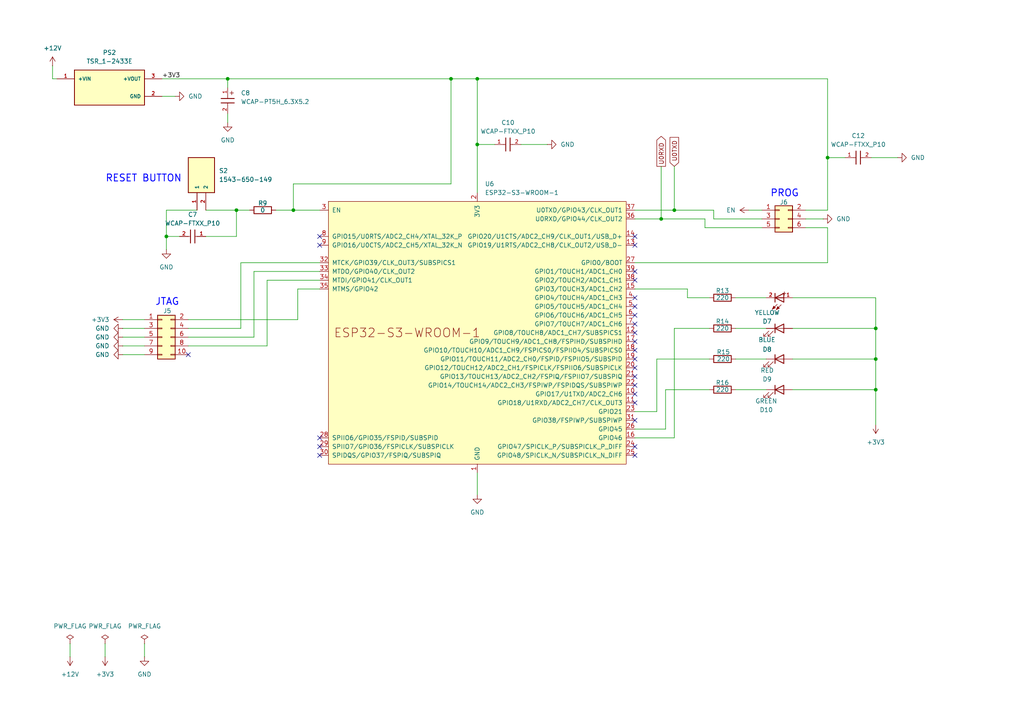
<source format=kicad_sch>
(kicad_sch (version 20231120) (generator "eeschema") (generator_version "8.0")
  (paper "A4")
  (title_block (title "Layout") (date "2025-02-20") (rev "0.0.1"))
  (lib_symbols
    (symbol "1543-650-149:1543-650-149" (pin_names (offset 1.016))
      (property "Reference" "S" (at 16.51 7.62 0))
      (property "Value" "1543-650-149" (at 16.51 5.08 0))
      (symbol "1543-650-149_0_0"
        (rectangle (start 5.08 -5.08) (end 15.24 2.54) (stroke (width 0.254)) (fill (type background)))
        (pin bidirectional line (at 0 0 0) (length 5.08) (name "1") (number "1"))
        (pin bidirectional line (at 0 -2.54 0) (length 5.08) (name "2") (number "2"))
      )
    )
    (symbol "Connector_Generic:Conn_02x03_Odd_Even" (pin_names (offset 1.016) hide)
      (property "Reference" "J" (at 1.27 5.08 0))
      (property "Value" "Conn_02x03_Odd_Even" (at 1.27 -5.08 0))
      (symbol "Conn_02x03_Odd_Even_1_1"
        (rectangle (start -1.27 -2.413) (end 0 -2.667) (stroke (width 0.1524)))
        (rectangle (start -1.27 0.127) (end 0 -0.127) (stroke (width 0.1524)))
        (rectangle (start -1.27 2.667) (end 0 2.413) (stroke (width 0.1524)))
        (rectangle (start -1.27 3.81) (end 3.81 -3.81) (stroke (width 0.254)) (fill (type background)))
        (rectangle (start 3.81 -2.413) (end 2.54 -2.667) (stroke (width 0.1524)))
        (rectangle (start 3.81 0.127) (end 2.54 -0.127) (stroke (width 0.1524)))
        (rectangle (start 3.81 2.667) (end 2.54 2.413) (stroke (width 0.1524)))
        (pin passive line (at -5.08 2.54 0) (length 3.81) (name "Pin_1") (number "1"))
        (pin passive line (at 7.62 2.54 180) (length 3.81) (name "Pin_2") (number "2"))
        (pin passive line (at -5.08 0 0) (length 3.81) (name "Pin_3") (number "3"))
        (pin passive line (at 7.62 0 180) (length 3.81) (name "Pin_4") (number "4"))
        (pin passive line (at -5.08 -2.54 0) (length 3.81) (name "Pin_5") (number "5"))
        (pin passive line (at 7.62 -2.54 180) (length 3.81) (name "Pin_6") (number "6"))
      )
    )
    (symbol "Connector_Generic:Conn_02x05_Odd_Even" (pin_names (offset 1.016) hide)
      (property "Reference" "J" (at 1.27 7.62 0))
      (property "Value" "Conn_02x05_Odd_Even" (at 1.27 -7.62 0))
      (symbol "Conn_02x05_Odd_Even_1_1"
        (rectangle (start -1.27 -4.953) (end 0 -5.207) (stroke (width 0.1524)))
        (rectangle (start -1.27 -2.413) (end 0 -2.667) (stroke (width 0.1524)))
        (rectangle (start -1.27 0.127) (end 0 -0.127) (stroke (width 0.1524)))
        (rectangle (start -1.27 2.667) (end 0 2.413) (stroke (width 0.1524)))
        (rectangle (start -1.27 5.207) (end 0 4.953) (stroke (width 0.1524)))
        (rectangle (start -1.27 6.35) (end 3.81 -6.35) (stroke (width 0.254)) (fill (type background)))
        (rectangle (start 3.81 -4.953) (end 2.54 -5.207) (stroke (width 0.1524)))
        (rectangle (start 3.81 -2.413) (end 2.54 -2.667) (stroke (width 0.1524)))
        (rectangle (start 3.81 0.127) (end 2.54 -0.127) (stroke (width 0.1524)))
        (rectangle (start 3.81 2.667) (end 2.54 2.413) (stroke (width 0.1524)))
        (rectangle (start 3.81 5.207) (end 2.54 4.953) (stroke (width 0.1524)))
        (pin passive line (at -5.08 5.08 0) (length 3.81) (name "Pin_1") (number "1"))
        (pin passive line (at 7.62 -5.08 180) (length 3.81) (name "Pin_10") (number "10"))
        (pin passive line (at 7.62 5.08 180) (length 3.81) (name "Pin_2") (number "2"))
        (pin passive line (at -5.08 2.54 0) (length 3.81) (name "Pin_3") (number "3"))
        (pin passive line (at 7.62 2.54 180) (length 3.81) (name "Pin_4") (number "4"))
        (pin passive line (at -5.08 0 0) (length 3.81) (name "Pin_5") (number "5"))
        (pin passive line (at 7.62 0 180) (length 3.81) (name "Pin_6") (number "6"))
        (pin passive line (at -5.08 -2.54 0) (length 3.81) (name "Pin_7") (number "7"))
        (pin passive line (at 7.62 -2.54 180) (length 3.81) (name "Pin_8") (number "8"))
        (pin passive line (at -5.08 -5.08 0) (length 3.81) (name "Pin_9") (number "9"))
      )
    )
    (symbol "Device:LED" (pin_numbers hide) (pin_names (offset 1.016) hide)
      (property "Reference" "D" (at 0 2.54 0))
      (property "Value" "LED" (at 0 -2.54 0))
      (symbol "LED_0_1"
        (polyline (pts (xy -1.27 -1.27) (xy -1.27 1.27)) (stroke (width 0.254)))
        (polyline (pts (xy -1.27 0) (xy 1.27 0)))
        (polyline (pts (xy 1.27 -1.27) (xy 1.27 1.27) (xy -1.27 0) (xy 1.27 -1.27)) (stroke (width 0.254)))
        (polyline (pts (xy -3.048 -0.762) (xy -4.572 -2.286) (xy -3.81 -2.286) (xy -4.572 -2.286) (xy -4.572 -1.524)))
        (polyline (pts (xy -1.778 -0.762) (xy -3.302 -2.286) (xy -2.54 -2.286) (xy -3.302 -2.286) (xy -3.302 -1.524)))
      )
      (symbol "LED_1_1"
        (pin passive line (at -3.81 0 0) (length 2.54) (name "K") (number "1"))
        (pin passive line (at 3.81 0 180) (length 2.54) (name "A") (number "2"))
      )
    )
    (symbol "Device:R" (pin_numbers hide) (pin_names (offset 0))
      (property "Reference" "R" (at 2.032 0 90))
      (property "Value" "R" (at 0 0 90))
      (symbol "R_0_1"
        (rectangle (start -1.016 -2.54) (end 1.016 2.54) (stroke (width 0.254)))
      )
      (symbol "R_1_1"
        (pin passive line (at 0 3.81 270) (length 1.27) (name "~") (number "1"))
        (pin passive line (at 0 -3.81 90) (length 1.27) (name "~") (number "2"))
      )
    )
    (symbol "Espressif:ESP32-S3-WROOM-1" (pin_names (offset 1.016))
      (property "Reference" "U" (at -43.18 43.18 0))
      (property "Value" "ESP32-S3-WROOM-1" (at -43.18 40.64 0))
      (symbol "ESP32-S3-WROOM-1_0_0"
        (text "ESP32-S3-WROOM-1" (at -20.32 0 0) (effects (font (size 2.54 2.54))))
        (pin power_in line (at 0 -40.64 90) (length 2.54) (name "GND") (number "1"))
        (pin bidirectional line (at 45.72 -17.78 180) (length 2.54) (name "GPIO17/U1TXD/ADC2_CH6") (number "10"))
        (pin bidirectional line (at 45.72 -20.32 180) (length 2.54) (name "GPIO18/U1RXD/ADC2_CH7/CLK_OUT3") (number "11"))
        (pin bidirectional line (at 45.72 0 180) (length 2.54) (name "GPIO8/TOUCH8/ADC1_CH7/SUBSPICS1") (number "12"))
        (pin bidirectional line (at 45.72 25.4 180) (length 2.54) (name "GPIO19/U1RTS/ADC2_CH8/CLK_OUT2/USB_D-") (number "13"))
        (pin bidirectional line (at 45.72 27.94 180) (length 2.54) (name "GPIO20/U1CTS/ADC2_CH9/CLK_OUT1/USB_D+") (number "14"))
        (pin bidirectional line (at 45.72 12.7 180) (length 2.54) (name "GPIO3/TOUCH3/ADC1_CH2") (number "15"))
        (pin bidirectional line (at 45.72 -30.48 180) (length 2.54) (name "GPIO46") (number "16"))
        (pin bidirectional line (at 45.72 -2.54 180) (length 2.54) (name "GPIO9/TOUCH9/ADC1_CH8/FSPIHD/SUBSPIHD") (number "17"))
        (pin bidirectional line (at 45.72 -5.08 180) (length 2.54) (name "GPIO10/TOUCH10/ADC1_CH9/FSPICS0/FSPIIO4/SUBSPICS0") (number "18"))
        (pin bidirectional line (at 45.72 -7.62 180) (length 2.54) (name "GPIO11/TOUCH11/ADC2_CH0/FSPID/FSPIIO5/SUBSPID") (number "19"))
        (pin power_in line (at 0 40.64 270) (length 2.54) (name "3V3") (number "2"))
        (pin bidirectional line (at 45.72 -10.16 180) (length 2.54) (name "GPIO12/TOUCH12/ADC2_CH1/FSPICLK/FSPIIO6/SUBSPICLK") (number "20"))
        (pin bidirectional line (at 45.72 -12.7 180) (length 2.54) (name "GPIO13/TOUCH13/ADC2_CH2/FSPIQ/FSPIIO7/SUBSPIQ") (number "21"))
        (pin bidirectional line (at 45.72 -15.24 180) (length 2.54) (name "GPIO14/TOUCH14/ADC2_CH3/FSPIWP/FSPIDQS/SUBSPIWP") (number "22"))
        (pin bidirectional line (at 45.72 -22.86 180) (length 2.54) (name "GPIO21") (number "23"))
        (pin bidirectional line (at 45.72 -33.02 180) (length 2.54) (name "GPIO47/SPICLK_P/SUBSPICLK_P_DIFF") (number "24"))
        (pin bidirectional line (at 45.72 -35.56 180) (length 2.54) (name "GPIO48/SPICLK_N/SUBSPICLK_N_DIFF") (number "25"))
        (pin bidirectional line (at 45.72 -27.94 180) (length 2.54) (name "GPIO45") (number "26"))
        (pin bidirectional line (at 45.72 20.32 180) (length 2.54) (name "GPIO0/BOOT") (number "27"))
        (pin bidirectional line (at -45.72 -30.48 0) (length 2.54) (name "SPIIO6/GPIO35/FSPID/SUBSPID") (number "28"))
        (pin bidirectional line (at -45.72 -33.02 0) (length 2.54) (name "SPIIO7/GPIO36/FSPICLK/SUBSPICLK") (number "29"))
        (pin input line (at -45.72 35.56 0) (length 2.54) (name "EN") (number "3"))
        (pin bidirectional line (at -45.72 -35.56 0) (length 2.54) (name "SPIDQS/GPIO37/FSPIQ/SUBSPIQ") (number "30"))
        (pin bidirectional line (at 45.72 -25.4 180) (length 2.54) (name "GPIO38/FSPIWP/SUBSPIWP") (number "31"))
        (pin bidirectional line (at -45.72 20.32 0) (length 2.54) (name "MTCK/GPIO39/CLK_OUT3/SUBSPICS1") (number "32"))
        (pin bidirectional line (at -45.72 17.78 0) (length 2.54) (name "MTDO/GPIO40/CLK_OUT2") (number "33"))
        (pin bidirectional line (at -45.72 15.24 0) (length 2.54) (name "MTDI/GPIO41/CLK_OUT1") (number "34"))
        (pin bidirectional line (at -45.72 12.7 0) (length 2.54) (name "MTMS/GPIO42") (number "35"))
        (pin bidirectional line (at 45.72 33.02 180) (length 2.54) (name "U0RXD/GPIO44/CLK_OUT2") (number "36"))
        (pin bidirectional line (at 45.72 35.56 180) (length 2.54) (name "U0TXD/GPIO43/CLK_OUT1") (number "37"))
        (pin bidirectional line (at 45.72 15.24 180) (length 2.54) (name "GPIO2/TOUCH2/ADC1_CH1") (number "38"))
        (pin bidirectional line (at 45.72 17.78 180) (length 2.54) (name "GPIO1/TOUCH1/ADC1_CH0") (number "39"))
        (pin bidirectional line (at 45.72 10.16 180) (length 2.54) (name "GPIO4/TOUCH4/ADC1_CH3") (number "4"))
        (pin passive line (at 0 -40.64 90) (length 2.54) hide (name "GND") (number "40"))
        (pin passive line (at 0 -40.64 90) (length 2.54) hide (name "GND") (number "41"))
        (pin bidirectional line (at 45.72 7.62 180) (length 2.54) (name "GPIO5/TOUCH5/ADC1_CH4") (number "5"))
        (pin bidirectional line (at 45.72 5.08 180) (length 2.54) (name "GPIO6/TOUCH6/ADC1_CH5") (number "6"))
        (pin bidirectional line (at 45.72 2.54 180) (length 2.54) (name "GPIO7/TOUCH7/ADC1_CH6") (number "7"))
        (pin bidirectional line (at -45.72 27.94 0) (length 2.54) (name "GPIO15/U0RTS/ADC2_CH4/XTAL_32K_P") (number "8"))
        (pin bidirectional line (at -45.72 25.4 0) (length 2.54) (name "GPIO16/U0CTS/ADC2_CH5/XTAL_32K_N") (number "9"))
      )
      (symbol "ESP32-S3-WROOM-1_0_1"
        (rectangle (start -43.18 38.1) (end 43.18 -38.1) (fill (type background)))
      )
    )
    (symbol "TSR_1-2433E:TSR_1-2433E" (pin_names (offset 1.016))
      (property "Reference" "PS" (at -10.16 7.62 0))
      (property "Value" "TSR_1-2433E" (at -10.16 -7.62 0))
      (symbol "TSR_1-2433E_0_0"
        (rectangle (start -10.16 -5.08) (end 10.16 5.08) (stroke (width 0.254)) (fill (type background)))
        (pin input line (at -15.24 2.54 0) (length 5.08) (name "+VIN") (number "1"))
        (pin power_in line (at 15.24 -2.54 180) (length 5.08) (name "GND") (number "2"))
        (pin output line (at 15.24 2.54 180) (length 5.08) (name "+VOUT") (number "3"))
      )
    )
    (symbol "WCAP-FTXX_P10:WCAP-FTXX_P10" (pin_names (offset 1.016))
      (property "Reference" "C" (at 1.27 3.302 0))
      (property "Value" "WCAP-FTXX_P10" (at 1.27 -5.08 0))
      (symbol "WCAP-FTXX_P10_0_0"
        (polyline (pts (xy 0 0) (xy 0.6426 0)) (stroke (width 0.1524)))
        (polyline (pts (xy 0.635 -1.905) (xy 0.635 1.905)) (stroke (width 0.254)))
        (polyline (pts (xy 1.905 1.905) (xy 1.905 -1.905)) (stroke (width 0.254)))
        (polyline (pts (xy 1.9279 0) (xy 2.5705 0)) (stroke (width 0.1524)))
        (pin passive line (at -2.54 0 0) (length 2.54) (name "~") (number "1"))
        (pin passive line (at 5.08 0 180) (length 2.54) (name "~") (number "2"))
      )
    )
    (symbol "WCAP-PT5H_6.3X5.2:WCAP-PT5H_6.3X5.2" (pin_names (offset 1.016))
      (property "Reference" "C" (at 1.175 3.38 0))
      (property "Value" "WCAP-PT5H_6.3X5.2" (at 0.915 -5.075 0))
      (symbol "WCAP-PT5H_6.3X5.2_0_0"
        (polyline (pts (xy 0 0) (xy 0.6426 0)) (stroke (width 0.1524)))
        (polyline (pts (xy 0.635 -1.905) (xy 0.635 1.905)) (stroke (width 0.254)))
        (polyline (pts (xy 1.905 1.905) (xy 1.905 -1.905)) (stroke (width 0.254)))
        (polyline (pts (xy 1.9279 0) (xy 2.5705 0)) (stroke (width 0.1524)))
        (text "+" (at 2.54 -1.905 0) (effects (font (size 1.4224 1.4224)) (justify left bottom)))
        (pin passive line (at 5.08 0 180) (length 2.54) (name "~") (number "1"))
        (pin passive line (at -2.54 0 0) (length 2.54) (name "~") (number "2"))
      )
    )
    (symbol "WL-TMRC_3MM:WL-TMRC_3MM" (pin_names (offset 1.016))
      (property "Reference" "D" (at -1.396 4.072 0))
      (property "Value" "WL-TMRC_3MM" (at -1.652 -3.436 0))
      (symbol "WL-TMRC_3MM_0_0"
        (polyline (pts (xy -2.54 -1.27) (xy -2.54 0)) (stroke (width 0.254)))
        (polyline (pts (xy -2.54 -1.27) (xy 0 0)) (stroke (width 0.254)))
        (polyline (pts (xy -2.54 0) (xy -2.54 1.27)) (stroke (width 0.254)))
        (polyline (pts (xy -1.778 2.032) (xy -0.381 3.429)) (stroke (width 0.1524)))
        (polyline (pts (xy -0.635 1.905) (xy 0.762 3.302)) (stroke (width 0.1524)))
        (polyline (pts (xy 0 -1.27) (xy 0 0)) (stroke (width 0.254)))
        (polyline (pts (xy 0 0) (xy -2.54 0)) (stroke (width 0.254)))
        (polyline (pts (xy 0 0) (xy -2.54 1.27)) (stroke (width 0.254)))
        (polyline (pts (xy 0 0) (xy 0 1.27)) (stroke (width 0.254)))
        (polyline (pts (xy -0.381 3.429) (xy -1.27 3.048) (xy -0.762 2.54) (xy -0.381 3.429)) (stroke (width 0.1524)) (fill (type outline)))
        (polyline (pts (xy 0.762 3.302) (xy -0.127 2.921) (xy 0.381 2.413) (xy 0.762 3.302)) (stroke (width 0.1524)) (fill (type outline)))
        (text "+" (at -3.58 -1.34 0) (effects (font (size 1.27 1.27)) (justify left)))
        (pin passive line (at -5.08 0 0) (length 2.54) (name "~") (number "1"))
        (pin passive line (at 2.54 0 180) (length 2.54) (name "~") (number "2"))
      )
    )
    (symbol "power:+12V" (power) (pin_numbers hide) (pin_names (offset 0) hide)
      (property "Value" "+12V" (at 0 3.556 0))
      (symbol "+12V_0_1"
        (polyline (pts (xy -0.762 1.27) (xy 0 2.54)))
        (polyline (pts (xy 0 0) (xy 0 2.54)))
        (polyline (pts (xy 0 2.54) (xy 0.762 1.27)))
      )
      (symbol "+12V_1_1"
        (pin power_in line (at 0 0 90) (length 0) (name "~") (number "1"))
      )
    )
    (symbol "power:+3V3" (power) (pin_numbers hide) (pin_names (offset 0) hide)
      (property "Value" "+3V3" (at 0 3.556 0))
      (symbol "+3V3_0_1"
        (polyline (pts (xy -0.762 1.27) (xy 0 2.54)))
        (polyline (pts (xy 0 0) (xy 0 2.54)))
        (polyline (pts (xy 0 2.54) (xy 0.762 1.27)))
      )
      (symbol "+3V3_1_1"
        (pin power_in line (at 0 0 90) (length 0) (name "~") (number "1"))
      )
    )
    (symbol "power:GND" (power) (pin_numbers hide) (pin_names (offset 0) hide)
      (property "Value" "GND" (at 0 -3.81 0))
      (symbol "GND_0_1"
        (polyline (pts (xy 0 0) (xy 0 -1.27) (xy 1.27 -1.27) (xy 0 -2.54) (xy -1.27 -1.27) (xy 0 -1.27)))
      )
      (symbol "GND_1_1"
        (pin power_in line (at 0 0 270) (length 0) (name "~") (number "1"))
      )
    )
    (symbol "power:PWR_FLAG" (power) (pin_numbers hide) (pin_names (offset 0) hide)
      (property "Value" "PWR_FLAG" (at 0 3.81 0))
      (symbol "PWR_FLAG_0_0"
        (pin power_out line (at 0 0 90) (length 0) (name "~") (number "1"))
      )
      (symbol "PWR_FLAG_0_1"
        (polyline (pts (xy 0 0) (xy 0 1.27) (xy -1.016 1.905) (xy 0 2.54) (xy 1.016 1.905) (xy 0 1.27)))
      )
    )
  )
  (junction (at 240.03 45.72))
  (junction (at 254 104.14))
  (junction (at 138.43 41.91))
  (junction (at 138.43 22.86))
  (junction (at 130.81 22.86))
  (junction (at 68.58 60.96))
  (junction (at 195.58 60.96))
  (junction (at 66.04 22.86))
  (junction (at 254 113.03))
  (junction (at 254 95.25))
  (junction (at 191.77 63.5))
  (junction (at 48.26 68.58))
  (junction (at 85.09 60.96))
  (no_connect (at 184.15 99.06))
  (no_connect (at 184.15 104.14))
  (no_connect (at 184.15 91.44))
  (no_connect (at 92.71 68.58))
  (no_connect (at 184.15 88.9))
  (no_connect (at 54.61 102.87))
  (no_connect (at 184.15 78.74))
  (no_connect (at 184.15 68.58))
  (no_connect (at 92.71 127))
  (no_connect (at 184.15 86.36))
  (no_connect (at 184.15 121.92))
  (no_connect (at 184.15 101.6))
  (no_connect (at 184.15 96.52))
  (no_connect (at 92.71 132.08))
  (no_connect (at 92.71 129.54))
  (no_connect (at 184.15 71.12))
  (no_connect (at 184.15 129.54))
  (no_connect (at 184.15 106.68))
  (no_connect (at 184.15 93.98))
  (no_connect (at 184.15 114.3))
  (no_connect (at 184.15 111.76))
  (no_connect (at 184.15 116.84))
  (no_connect (at 184.15 109.22))
  (no_connect (at 184.15 81.28))
  (no_connect (at 184.15 132.08))
  (no_connect (at 92.71 71.12))
  (wire (pts (xy 191.77 48.26) (xy 191.77 63.5)))
  (wire (pts (xy 48.26 68.58) (xy 52.07 68.58)))
  (wire (pts (xy 229.87 104.14) (xy 254 104.14)))
  (wire (pts (xy 15.24 22.86) (xy 15.24 19.05)))
  (wire (pts (xy 254 113.03) (xy 254 123.19)))
  (wire (pts (xy 204.47 66.04) (xy 220.98 66.04)))
  (wire (pts (xy 86.36 83.82) (xy 86.36 92.71)))
  (wire (pts (xy 85.09 60.96) (xy 92.71 60.96)))
  (wire (pts (xy 35.56 97.79) (xy 41.91 97.79)))
  (wire (pts (xy 92.71 78.74) (xy 73.66 78.74)))
  (wire (pts (xy 254 86.36) (xy 254 95.25)))
  (wire (pts (xy 229.87 86.36) (xy 254 86.36)))
  (wire (pts (xy 240.03 76.2) (xy 240.03 66.04)))
  (wire (pts (xy 66.04 22.86) (xy 130.81 22.86)))
  (wire (pts (xy 213.36 86.36) (xy 222.25 86.36)))
  (wire (pts (xy 69.85 76.2) (xy 69.85 95.25)))
  (wire (pts (xy 46.99 22.86) (xy 66.04 22.86)))
  (wire (pts (xy 138.43 41.91) (xy 138.43 55.88)))
  (wire (pts (xy 86.36 92.71) (xy 54.61 92.71)))
  (wire (pts (xy 190.5 104.14) (xy 190.5 119.38)))
  (wire (pts (xy 57.15 60.96) (xy 48.26 60.96)))
  (wire (pts (xy 138.43 137.16) (xy 138.43 143.51)))
  (wire (pts (xy 130.81 22.86) (xy 138.43 22.86)))
  (wire (pts (xy 59.69 68.58) (xy 68.58 68.58)))
  (wire (pts (xy 195.58 48.26) (xy 195.58 60.96)))
  (wire (pts (xy 195.58 127) (xy 184.15 127)))
  (wire (pts (xy 240.03 45.72) (xy 245.11 45.72)))
  (wire (pts (xy 130.81 22.86) (xy 130.81 53.34)))
  (wire (pts (xy 213.36 104.14) (xy 222.25 104.14)))
  (wire (pts (xy 205.74 104.14) (xy 190.5 104.14)))
  (wire (pts (xy 205.74 95.25) (xy 195.58 95.25)))
  (wire (pts (xy 233.68 60.96) (xy 240.03 60.96)))
  (wire (pts (xy 138.43 41.91) (xy 143.51 41.91)))
  (wire (pts (xy 73.66 97.79) (xy 54.61 97.79)))
  (wire (pts (xy 213.36 95.25) (xy 222.25 95.25)))
  (wire (pts (xy 35.56 95.25) (xy 41.91 95.25)))
  (wire (pts (xy 229.87 113.03) (xy 254 113.03)))
  (wire (pts (xy 240.03 45.72) (xy 240.03 22.86)))
  (wire (pts (xy 138.43 22.86) (xy 138.43 41.91)))
  (wire (pts (xy 48.26 60.96) (xy 48.26 68.58)))
  (wire (pts (xy 15.24 22.86) (xy 16.51 22.86)))
  (wire (pts (xy 193.04 124.46) (xy 184.15 124.46)))
  (wire (pts (xy 77.47 81.28) (xy 77.47 100.33)))
  (wire (pts (xy 130.81 53.34) (xy 85.09 53.34)))
  (wire (pts (xy 229.87 95.25) (xy 254 95.25)))
  (wire (pts (xy 240.03 66.04) (xy 233.68 66.04)))
  (wire (pts (xy 207.01 63.5) (xy 220.98 63.5)))
  (wire (pts (xy 205.74 86.36) (xy 199.39 86.36)))
  (wire (pts (xy 193.04 113.03) (xy 193.04 124.46)))
  (wire (pts (xy 199.39 86.36) (xy 199.39 83.82)))
  (wire (pts (xy 80.01 60.96) (xy 85.09 60.96)))
  (wire (pts (xy 190.5 119.38) (xy 184.15 119.38)))
  (wire (pts (xy 59.69 60.96) (xy 68.58 60.96)))
  (wire (pts (xy 92.71 83.82) (xy 86.36 83.82)))
  (wire (pts (xy 205.74 113.03) (xy 193.04 113.03)))
  (wire (pts (xy 73.66 78.74) (xy 73.66 97.79)))
  (wire (pts (xy 30.48 186.69) (xy 30.48 190.5)))
  (wire (pts (xy 66.04 33.02) (xy 66.04 35.56)))
  (wire (pts (xy 68.58 60.96) (xy 72.39 60.96)))
  (wire (pts (xy 254 95.25) (xy 254 104.14)))
  (wire (pts (xy 191.77 63.5) (xy 204.47 63.5)))
  (wire (pts (xy 217.17 60.96) (xy 220.98 60.96)))
  (wire (pts (xy 92.71 81.28) (xy 77.47 81.28)))
  (wire (pts (xy 254 104.14) (xy 254 113.03)))
  (wire (pts (xy 77.47 100.33) (xy 54.61 100.33)))
  (wire (pts (xy 41.91 186.69) (xy 41.91 190.5)))
  (wire (pts (xy 66.04 22.86) (xy 66.04 25.4)))
  (wire (pts (xy 240.03 22.86) (xy 138.43 22.86)))
  (wire (pts (xy 151.13 41.91) (xy 158.75 41.91)))
  (wire (pts (xy 204.47 63.5) (xy 204.47 66.04)))
  (wire (pts (xy 20.32 186.69) (xy 20.32 190.5)))
  (wire (pts (xy 213.36 113.03) (xy 222.25 113.03)))
  (wire (pts (xy 35.56 102.87) (xy 41.91 102.87)))
  (wire (pts (xy 184.15 60.96) (xy 195.58 60.96)))
  (wire (pts (xy 92.71 76.2) (xy 69.85 76.2)))
  (wire (pts (xy 48.26 68.58) (xy 48.26 72.39)))
  (wire (pts (xy 207.01 60.96) (xy 207.01 63.5)))
  (wire (pts (xy 233.68 63.5) (xy 238.76 63.5)))
  (wire (pts (xy 240.03 60.96) (xy 240.03 45.72)))
  (wire (pts (xy 195.58 60.96) (xy 207.01 60.96)))
  (wire (pts (xy 68.58 68.58) (xy 68.58 60.96)))
  (wire (pts (xy 195.58 95.25) (xy 195.58 127)))
  (wire (pts (xy 85.09 53.34) (xy 85.09 60.96)))
  (wire (pts (xy 35.56 100.33) (xy 41.91 100.33)))
  (wire (pts (xy 184.15 76.2) (xy 240.03 76.2)))
  (wire (pts (xy 252.73 45.72) (xy 260.35 45.72)))
  (wire (pts (xy 69.85 95.25) (xy 54.61 95.25)))
  (wire (pts (xy 35.56 92.71) (xy 41.91 92.71)))
  (wire (pts (xy 199.39 83.82) (xy 184.15 83.82)))
  (wire (pts (xy 184.15 63.5) (xy 191.77 63.5)))
  (wire (pts (xy 46.99 27.94) (xy 50.8 27.94)))
  (text "RESET BUTTON" (at 41.656 51.816 0) (effects (font (size 2 2) (thickness 0.254) (bold yes))))
  (text "PROG" (at 227.584 56.134 0) (effects (font (size 2 2) (thickness 0.254) (bold yes))))
  (text "JTAG\n" (at 48.514 87.63 0) (effects (font (size 2 2) (thickness 0.254) (bold yes))))
  (label "+3V3" (at 46.99 22.86 0))
  (global_label "U0TXD" (shape input) (at 195.58 48.26 90) (property "Intersheetrefs" "${INTERSHEET_REFS}" (effects (hide yes))))
  (global_label "U0RXD" (shape output) (at 191.77 48.26 90) (property "Intersheetrefs" "${INTERSHEET_REFS}" (effects (hide yes))))
  (symbol (lib_id "power:+12V") (at 15.24 19.05 0) (unit 1)
    (property "Reference" "#PWR022" (effects (hide yes)))
    (property "Value" "+12V" (at 15.24 13.97 0))
    (property "Description" "Power symbol creates a global label with name \"+12V\"" (effects (hide yes)))
  )
  (symbol (lib_id "Device:LED") (at 226.06 104.14 0) (unit 1)
    (property "Reference" "D9" (at 222.504 109.982 0))
    (property "Value" "RED" (at 222.504 107.442 0))
    (property "Footprint" "Footprints:WL-TMRW_3MM" (effects (hide yes)))
    (property "Description" "Light emitting diode" (effects (hide yes)))
  )
  (symbol (lib_id "power:GND") (at 35.56 100.33 270) (unit 1)
    (property "Reference" "#PWR029" (effects (hide yes)))
    (property "Value" "GND" (at 31.75 100.3299 90) (effects (justify right)))
    (property "Description" "Power symbol creates a global label with name \"GND\" , ground" (effects (hide yes)))
  )
  (symbol (lib_id "power:+3V3") (at 35.56 92.71 90) (unit 1)
    (property "Reference" "#PWR026" (effects (hide yes)))
    (property "Value" "+3V3" (at 31.75 92.7099 90) (effects (justify left)))
    (property "Description" "Power symbol creates a global label with name \"+3V3\"" (effects (hide yes)))
  )
  (symbol (lib_id "WCAP-FTXX_P10:WCAP-FTXX_P10") (at 146.05 41.91 0) (unit 1)
    (property "Reference" "C10" (at 147.3352 35.56 0))
    (property "Value" "WCAP-FTXX_P10" (at 147.3352 38.1 0))
    (property "Footprint" "Footprints:WCAP-FTXX_P10L13W7H13" (effects (hide yes)))
    (property "MF" "Würth Elektronik" (effects (hide yes)))
    (property "Description_1" "\n0.1 µF Film Capacitor 310V Polypropylene (PP), Metallized Radial\n" (effects (hide yes)))
    (property "Package" "Radial Würth Elektronik" (effects (hide yes)))
    (property "Price" "None" (effects (hide yes)))
    (property "SnapEDA_Link" "https://www.snapeda.com/parts/890334023023/Wurth+Elektronik/view-part/?ref=snap" (effects (hide yes)))
    (property "MP" "890334023023" (effects (hide yes)))
    (property "Purchase-URL" "https://www.snapeda.com/api/url_track_click_mouser/?unipart_id=4796037&manufacturer=Würth Elektronik&part_name=890334023023&search_term=890334023023" (effects (hide yes)))
    (property "Availability" "In Stock" (effects (hide yes)))
    (property "Check_prices" "https://www.snapeda.com/parts/890334023023/Wurth+Elektronik/view-part/?ref=eda" (effects (hide yes)))
  )
  (symbol (lib_id "power:GND") (at 35.56 102.87 270) (unit 1)
    (property "Reference" "#PWR030" (effects (hide yes)))
    (property "Value" "GND" (at 31.75 102.8699 90) (effects (justify right)))
    (property "Description" "Power symbol creates a global label with name \"GND\" , ground" (effects (hide yes)))
  )
  (symbol (lib_id "WL-TMRC_3MM:WL-TMRC_3MM") (at 224.79 86.36 180) (unit 1)
    (property "Reference" "D7" (at 222.504 93.218 0))
    (property "Value" "YELLOW" (at 222.504 90.678 0))
    (property "Footprint" "Footprints:WL-TMRC_3MM" (effects (hide yes)))
    (property "MF" "Wurth Electronics" (effects (hide yes)))
    (property "Description_1" "3mm Yellow Typ (@20mA) 590nm, 30mcd, 2.2V, 60° GaAsP/GaP" (effects (hide yes)))
    (property "Package" "Radial Würth Elektronik" (effects (hide yes)))
    (property "Price" "None" (effects (hide yes)))
    (property "SnapEDA_Link" "https://www.snapeda.com/parts/151031YS05900/Wurth+Electronics/view-part/?ref=snap" (effects (hide yes)))
    (property "MP" "151031YS05900" (effects (hide yes)))
    (property "Purchase-URL" "https://www.snapeda.com/api/url_track_click_mouser/?unipart_id=609308&manufacturer=Wurth Electronics&part_name=151031YS05900&search_term=151031ys05900" (effects (hide yes)))
    (property "Availability" "In Stock" (effects (hide yes)))
    (property "Check_prices" "https://www.snapeda.com/parts/151031YS05900/Wurth+Electronics/view-part/?ref=eda" (effects (hide yes)))
  )
  (symbol (lib_id "power:PWR_FLAG") (at 41.91 186.69 0) (unit 1)
    (property "Reference" "#FLG06" (effects (hide yes)))
    (property "Value" "PWR_FLAG" (at 41.91 181.61 0))
    (property "Description" "Special symbol for telling ERC where power comes from" (effects (hide yes)))
  )
  (symbol (lib_id "Device:R") (at 209.55 95.25 270) (unit 1)
    (property "Reference" "R14" (at 209.55 93.218 90))
    (property "Value" "220" (at 209.55 95.25 90))
    (property "Footprint" "Resistor_THT:R_Axial_DIN0617_L17.0mm_D6.0mm_P20.32mm_Horizontal" (effects (hide yes)))
    (property "Description" "Resistor" (effects (hide yes)))
  )
  (symbol (lib_id "power:+3V3") (at 217.17 60.96 90) (unit 1)
    (property "Reference" "#PWR039" (effects (hide yes)))
    (property "Value" "EN" (at 213.36 60.9599 90) (effects (justify left)))
    (property "Description" "Power symbol creates a global label with name \"+3V3\"" (effects (hide yes)))
  )
  (symbol (lib_id "power:GND") (at 35.56 97.79 270) (unit 1)
    (property "Reference" "#PWR028" (effects (hide yes)))
    (property "Value" "GND" (at 31.75 97.7899 90) (effects (justify right)))
    (property "Description" "Power symbol creates a global label with name \"GND\" , ground" (effects (hide yes)))
  )
  (symbol (lib_id "Device:R") (at 209.55 104.14 90) (unit 1)
    (property "Reference" "R15" (at 209.804 102.108 90))
    (property "Value" "220" (at 209.804 104.14 90))
    (property "Footprint" "Resistor_THT:R_Axial_DIN0617_L17.0mm_D6.0mm_P20.32mm_Horizontal" (effects (hide yes)))
    (property "Description" "Resistor" (effects (hide yes)))
  )
  (symbol (lib_id "WCAP-PT5H_6.3X5.2:WCAP-PT5H_6.3X5.2") (at 66.04 30.48 90) (unit 1)
    (property "Reference" "C8" (at 69.85 26.973 90) (effects (justify right)))
    (property "Value" "WCAP-PT5H_6.3X5.2" (at 69.85 29.513 90) (effects (justify right)))
    (property "Footprint" "Footprints:WCAP-PT5H_6.3X5.2_DXL_" (effects (hide yes)))
    (property "MF" "Wurth Elektronik" (effects (hide yes)))
    (property "Description_1" "PTED052220M035DSPA4E000; THT Radial; 22 µF ± 20%; 35 V(DC); 5000 h; -55°C / +105°C; size DxL 6.3 x 5.2; pitch 2.5; Pin Ø 0.6; ESR 35 mΩ; Max. Iripple 2600 mA @100 kHz; LC 300 µA; DF 12%" (effects (hide yes)))
    (property "Package" "None" (effects (hide yes)))
    (property "Price" "None" (effects (hide yes)))
    (property "SnapEDA_Link" "https://www.snapeda.com/parts/870235673001/Wurth+Elektronik/view-part/?ref=snap" (effects (hide yes)))
    (property "MP" "870235673001" (effects (hide yes)))
    (property "Purchase-URL" "https://www.snapeda.com/api/url_track_click_mouser/?unipart_id=13837006&manufacturer=Wurth Elektronik&part_name=870235673001&search_term=870235673001" (effects (hide yes)))
    (property "Availability" "In Stock" (effects (hide yes)))
    (property "Check_prices" "https://www.snapeda.com/parts/870235673001/Wurth+Elektronik/view-part/?ref=eda" (effects (hide yes)))
  )
  (symbol (lib_id "Device:R") (at 209.55 86.36 90) (unit 1)
    (property "Reference" "R13" (at 209.55 84.328 90))
    (property "Value" "220" (at 209.55 86.36 90))
    (property "Footprint" "Resistor_THT:R_Axial_DIN0617_L17.0mm_D6.0mm_P20.32mm_Horizontal" (effects (hide yes)))
    (property "Description" "Resistor" (effects (hide yes)))
  )
  (symbol (lib_id "Device:R") (at 76.2 60.96 90) (unit 1)
    (property "Reference" "R9" (at 76.2 58.928 90))
    (property "Value" "0" (at 76.2 60.96 90))
    (property "Footprint" "Resistor_THT:R_Axial_DIN0207_L6.3mm_D2.5mm_P10.16mm_Horizontal" (effects (hide yes)))
    (property "Description" "Resistor" (effects (hide yes)))
  )
  (symbol (lib_id "power:GND") (at 238.76 63.5 90) (unit 1)
    (property "Reference" "#PWR040" (effects (hide yes)))
    (property "Value" "GND" (at 242.57 63.4999 90) (effects (justify right)))
    (property "Description" "Power symbol creates a global label with name \"GND\" , ground" (effects (hide yes)))
  )
  (symbol (lib_id "power:GND") (at 41.91 190.5 0) (unit 1)
    (property "Reference" "#PWR031" (effects (hide yes)))
    (property "Value" "GND" (at 41.91 195.58 0))
    (property "Description" "Power symbol creates a global label with name \"GND\" , ground" (effects (hide yes)))
  )
  (symbol (lib_id "power:GND") (at 50.8 27.94 90) (unit 1)
    (property "Reference" "#PWR033" (effects (hide yes)))
    (property "Value" "GND" (at 54.61 27.9399 90) (effects (justify right)))
    (property "Description" "Power symbol creates a global label with name \"GND\" , ground" (effects (hide yes)))
  )
  (symbol (lib_id "power:+3V3") (at 254 123.19 180) (unit 1)
    (property "Reference" "#PWR041" (effects (hide yes)))
    (property "Value" "+3V3" (at 254 128.27 0))
    (property "Description" "Power symbol creates a global label with name \"+3V3\"" (effects (hide yes)))
  )
  (symbol (lib_id "Device:LED") (at 226.06 95.25 0) (unit 1)
    (property "Reference" "D8" (at 222.504 101.346 0))
    (property "Value" "BLUE" (at 222.4405 98.552 0))
    (property "Footprint" "Footprints:WL-TMRW_3MM" (effects (hide yes)))
    (property "Description" "Light emitting diode" (effects (hide yes)))
  )
  (symbol (lib_id "WCAP-FTXX_P10:WCAP-FTXX_P10") (at 57.15 68.58 180) (unit 1)
    (property "Reference" "C7" (at 55.8647 62.23 0))
    (property "Value" "WCAP-FTXX_P10" (at 55.8647 64.77 0))
    (property "Footprint" "Footprints:WCAP-FTXX_P10L13W7H13" (effects (hide yes)))
    (property "MF" "Würth Elektronik" (effects (hide yes)))
    (property "Description_1" "\n0.1 µF Film Capacitor 310V Polypropylene (PP), Metallized Radial\n" (effects (hide yes)))
    (property "Package" "Radial Würth Elektronik" (effects (hide yes)))
    (property "Price" "None" (effects (hide yes)))
    (property "SnapEDA_Link" "https://www.snapeda.com/parts/890334023023/Wurth+Elektronik/view-part/?ref=snap" (effects (hide yes)))
    (property "MP" "890334023023" (effects (hide yes)))
    (property "Purchase-URL" "https://www.snapeda.com/api/url_track_click_mouser/?unipart_id=4796037&manufacturer=Würth Elektronik&part_name=890334023023&search_term=890334023023" (effects (hide yes)))
    (property "Availability" "In Stock" (effects (hide yes)))
    (property "Check_prices" "https://www.snapeda.com/parts/890334023023/Wurth+Elektronik/view-part/?ref=eda" (effects (hide yes)))
  )
  (symbol (lib_id "Device:LED") (at 226.06 113.03 0) (unit 1)
    (property "Reference" "D10" (at 222.25 118.872 0))
    (property "Value" "GREEN" (at 222.25 116.332 0))
    (property "Footprint" "Footprints:WL-TMRC_3MM" (effects (hide yes)))
    (property "Description" "Light emitting diode" (effects (hide yes)))
  )
  (symbol (lib_id "power:GND") (at 260.35 45.72 90) (unit 1)
    (property "Reference" "#PWR042" (effects (hide yes)))
    (property "Value" "GND" (at 264.16 45.7199 90) (effects (justify right)))
    (property "Description" "Power symbol creates a global label with name \"GND\" , ground" (effects (hide yes)))
  )
  (symbol (lib_id "power:GND") (at 158.75 41.91 90) (unit 1)
    (property "Reference" "#PWR038" (effects (hide yes)))
    (property "Value" "GND" (at 162.56 41.9099 90) (effects (justify right)))
    (property "Description" "Power symbol creates a global label with name \"GND\" , ground" (effects (hide yes)))
  )
  (symbol (lib_id "power:GND") (at 35.56 95.25 270) (unit 1)
    (property "Reference" "#PWR027" (effects (hide yes)))
    (property "Value" "GND" (at 31.75 95.2499 90) (effects (justify right)))
    (property "Description" "Power symbol creates a global label with name \"GND\" , ground" (effects (hide yes)))
  )
  (symbol (lib_id "1543-650-149:1543-650-149") (at 57.15 60.96 90) (unit 1)
    (property "Reference" "S2" (at 63.5 49.5299 90) (effects (justify right)))
    (property "Value" "1543-650-149" (at 63.5 52.0699 90) (effects (justify right)))
    (property "Footprint" "Footprints:1543650149" (effects (hide yes)))
    (property "MANUFACTURER_NAME" "Bourns" (effects (hide yes)))
    (property "MF" "Bourns" (effects (hide yes)))
    (property "MOUSER_PRICE-STOCK" "https://www.mouser.co.uk/ProductDetail/Bourns/1543-650-149?qs=2f2kQrcl%2FoiIszYh%252BBIYwA%3D%3D" (effects (hide yes)))
    (property "DESCRIPTION" "Pushbutton Switches Push Switch" (effects (hide yes)))
    (property "MOUSER_PART_NUMBER" "652-1543-650-149" (effects (hide yes)))
    (property "Price" "None" (effects (hide yes)))
    (property "Package" "None" (effects (hide yes)))
    (property "Check_prices" "https://www.snapeda.com/parts/1543-650-149/Bourns/view-part/?ref=eda" (effects (hide yes)))
    (property "HEIGHT" "15.1mm" (effects (hide yes)))
    (property "MP" "1543-650-149" (effects (hide yes)))
    (property "SnapEDA_Link" "https://www.snapeda.com/parts/1543-650-149/Bourns/view-part/?ref=snap" (effects (hide yes)))
    (property "ARROW_PRICE-STOCK" "https://www.arrow.com/en/products/1543-650-149/bourns" (effects (hide yes)))
    (property "ARROW_PART_NUMBER" "1543-650-149" (effects (hide yes)))
    (property "Purchase-URL" "https://www.snapeda.com/api/url_track_click_mouser/?unipart_id=2633736&manufacturer=Bourns&part_name=1543-650-149&search_term=1543-650-149" (effects (hide yes)))
    (property "Description_1" "\nSwitch Push Button SPST Round Plunger 0.01A 24VAC 24VDC PC Pins Thru-Hole\n" (effects (hide yes)))
    (property "Availability" "In Stock" (effects (hide yes)))
    (property "MANUFACTURER_PART_NUMBER" "1543-650-149" (effects (hide yes)))
  )
  (symbol (lib_id "power:+3V3") (at 30.48 190.5 180) (unit 1)
    (property "Reference" "#PWR025" (effects (hide yes)))
    (property "Value" "+3V3" (at 30.48 195.58 0))
    (property "Description" "Power symbol creates a global label with name \"+3V3\"" (effects (hide yes)))
  )
  (symbol (lib_id "power:PWR_FLAG") (at 20.32 186.69 0) (unit 1)
    (property "Reference" "#FLG04" (effects (hide yes)))
    (property "Value" "PWR_FLAG" (at 20.32 181.61 0))
    (property "Description" "Special symbol for telling ERC where power comes from" (effects (hide yes)))
  )
  (symbol (lib_id "Espressif:ESP32-S3-WROOM-1") (at 138.43 96.52 0) (unit 1)
    (property "Reference" "U6" (at 140.6241 53.34 0) (effects (justify left)))
    (property "Value" "ESP32-S3-WROOM-1" (at 140.6241 55.88 0) (effects (justify left)))
    (property "Footprint" "Footprints:ESP32-S3-WROOM-1U" (effects (hide yes)))
    (property "Datasheet" "https://www.espressif.com/sites/default/files/documentation/esp32-s3-wroom-1_wroom-1u_datasheet_en.pdf" (effects (hide yes)))
    (property "Description" "2.4 GHz WiFi (802.11 b/g/n) and Bluetooth ® 5 (LE) module Built around ESP32S3 series of SoCs, Xtensa ® dualcore 32bit LX7 microprocessor Flash up to 16 MB, PSRAM up to 8 MB 36 GPIOs, rich set of peripherals Onboard PCB antenna" (effects (hide yes)))
  )
  (symbol (lib_id "power:+12V") (at 20.32 190.5 180) (unit 1)
    (property "Reference" "#PWR023" (effects (hide yes)))
    (property "Value" "+12V" (at 20.32 195.58 0))
    (property "Description" "Power symbol creates a global label with name \"+12V\"" (effects (hide yes)))
  )
  (symbol (lib_id "power:PWR_FLAG") (at 30.48 186.69 0) (unit 1)
    (property "Reference" "#FLG05" (effects (hide yes)))
    (property "Value" "PWR_FLAG" (at 30.48 181.61 0))
    (property "Description" "Special symbol for telling ERC where power comes from" (effects (hide yes)))
  )
  (symbol (lib_id "TSR_1-2433E:TSR_1-2433E") (at 31.75 25.4 0) (unit 1)
    (property "Reference" "PS2" (at 31.75 15.24 0))
    (property "Value" "TSR_1-2433E" (at 31.75 17.78 0))
    (property "Footprint" "Footprints:CONV_TSR_1-2433E" (effects (hide yes)))
    (property "MF" "Traco Power" (effects (hide yes)))
    (property "MAXIMUM_PACKAGE_HEIGHT" "10.2mm" (effects (hide yes)))
    (property "Package" "NON STANDARD-3 Traco Power" (effects (hide yes)))
    (property "Price" "None" (effects (hide yes)))
    (property "Check_prices" "https://www.snapeda.com/parts/TSR%201-2433E/Traco+Power/view-part/?ref=eda" (effects (hide yes)))
    (property "STANDARD" "Manufacturer Recommendations" (effects (hide yes)))
    (property "PARTREV" "May 25, 2020" (effects (hide yes)))
    (property "SnapEDA_Link" "https://www.snapeda.com/parts/TSR%201-2433E/Traco+Power/view-part/?ref=snap" (effects (hide yes)))
    (property "MP" "TSR 1-2433E" (effects (hide yes)))
    (property "Purchase-URL" "https://www.snapeda.com/api/url_track_click_mouser/?unipart_id=4816991&manufacturer=Traco Power&part_name=TSR 1-2433E&search_term=tsr1-2433" (effects (hide yes)))
    (property "Description_1" "\n1 Amp POL converter, industrial, wide input range, pos.-pos. circuit, cost efficient, LM78 compatible, SIP-3\n" (effects (hide yes)))
    (property "Availability" "In Stock" (effects (hide yes)))
    (property "MANUFACTURER" "Traco Power" (effects (hide yes)))
  )
  (symbol (lib_id "WCAP-FTXX_P10:WCAP-FTXX_P10") (at 247.65 45.72 0) (unit 1)
    (property "Reference" "C12" (at 248.9352 39.37 0))
    (property "Value" "WCAP-FTXX_P10" (at 248.9352 41.91 0))
    (property "Footprint" "Footprints:WCAP-FTXX_P10L13W7H13" (effects (hide yes)))
    (property "MF" "Würth Elektronik" (effects (hide yes)))
    (property "Description_1" "\n0.1 µF Film Capacitor 310V Polypropylene (PP), Metallized Radial\n" (effects (hide yes)))
    (property "Package" "Radial Würth Elektronik" (effects (hide yes)))
    (property "Price" "None" (effects (hide yes)))
    (property "SnapEDA_Link" "https://www.snapeda.com/parts/890334023023/Wurth+Elektronik/view-part/?ref=snap" (effects (hide yes)))
    (property "MP" "890334023023" (effects (hide yes)))
    (property "Purchase-URL" "https://www.snapeda.com/api/url_track_click_mouser/?unipart_id=4796037&manufacturer=Würth Elektronik&part_name=890334023023&search_term=890334023023" (effects (hide yes)))
    (property "Availability" "In Stock" (effects (hide yes)))
    (property "Check_prices" "https://www.snapeda.com/parts/890334023023/Wurth+Elektronik/view-part/?ref=eda" (effects (hide yes)))
  )
  (symbol (lib_id "Connector_Generic:Conn_02x03_Odd_Even") (at 226.06 63.5 0) (unit 1)
    (property "Reference" "J6" (at 227.33 58.674 0))
    (property "Value" "Conn_02x03_Odd_Even" (effects (hide yes)))
    (property "Footprint" "Footprints:61200621621" (effects (hide yes)))
    (property "Description" "Generic connector, double row, 02x03, odd/even pin numbering scheme (row 1 odd numbers, row 2 even numbers), script generated (kicad-library-utils/schlib/autogen/connector/)" (effects (hide yes)))
  )
  (symbol (lib_id "Connector_Generic:Conn_02x05_Odd_Even") (at 46.99 97.79 0) (unit 1)
    (property "Reference" "J5" (at 48.514 90.17 0))
    (property "Value" "Conn_02x05_Odd_Even" (effects (hide yes)))
    (property "Footprint" "Footprints:61201021621" (effects (hide yes)))
    (property "Description" "Generic connector, double row, 02x05, odd/even pin numbering scheme (row 1 odd numbers, row 2 even numbers), script generated (kicad-library-utils/schlib/autogen/connector/)" (effects (hide yes)))
  )
  (symbol (lib_id "power:GND") (at 138.43 143.51 0) (unit 1)
    (property "Reference" "#PWR037" (effects (hide yes)))
    (property "Value" "GND" (at 138.43 148.59 0))
    (property "Description" "Power symbol creates a global label with name \"GND\" , ground" (effects (hide yes)))
  )
  (symbol (lib_id "Device:R") (at 209.55 113.03 90) (unit 1)
    (property "Reference" "R16" (at 209.55 110.998 90))
    (property "Value" "220" (at 209.55 113.03 90))
    (property "Footprint" "Resistor_THT:R_Axial_DIN0617_L17.0mm_D6.0mm_P20.32mm_Horizontal" (effects (hide yes)))
    (property "Description" "Resistor" (effects (hide yes)))
  )
  (symbol (lib_id "power:GND") (at 66.04 35.56 0) (unit 1)
    (property "Reference" "#PWR035" (effects (hide yes)))
    (property "Value" "GND" (at 66.04 40.64 0))
    (property "Description" "Power symbol creates a global label with name \"GND\" , ground" (effects (hide yes)))
  )
  (symbol (lib_id "power:GND") (at 48.26 72.39 0) (unit 1)
    (property "Reference" "#PWR032" (effects (hide yes)))
    (property "Value" "GND" (at 48.26 77.47 0))
    (property "Description" "Power symbol creates a global label with name \"GND\" , ground" (effects (hide yes)))
  )
)
</source>
